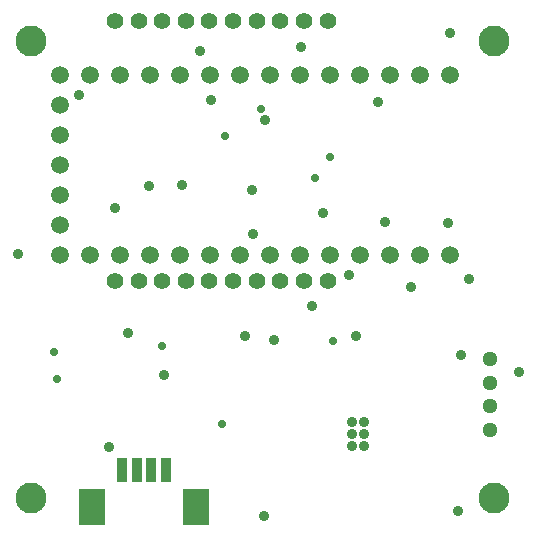
<source format=gbr>
G04 EAGLE Gerber RS-274X export*
G75*
%MOMM*%
%FSLAX34Y34*%
%LPD*%
%INSoldermask Bottom*%
%IPPOS*%
%AMOC8*
5,1,8,0,0,1.08239X$1,22.5*%
G01*
%ADD10C,2.627000*%
%ADD11C,1.516888*%
%ADD12C,1.397000*%
%ADD13C,1.279000*%
%ADD14R,0.927000X2.127000*%
%ADD15R,2.227000X3.127000*%
%ADD16C,0.881000*%
%ADD17C,0.731000*%


D10*
X606040Y-11680D03*
X213960Y-11680D03*
X606040Y375320D03*
X213960Y375320D03*
D11*
X569380Y194360D03*
X543980Y194360D03*
X518580Y194360D03*
X493180Y194360D03*
X467780Y194360D03*
X442380Y194360D03*
X416980Y194360D03*
X391580Y194360D03*
X366180Y194360D03*
X340780Y194360D03*
X315380Y194360D03*
X289980Y194360D03*
X264580Y194360D03*
X239180Y194360D03*
X239180Y219760D03*
X239180Y245160D03*
X239180Y270560D03*
X239180Y295960D03*
X239180Y321360D03*
X239180Y346760D03*
X264580Y346760D03*
X289980Y346760D03*
X315380Y346760D03*
X340780Y346760D03*
X366180Y346760D03*
X391580Y346760D03*
X416980Y346760D03*
X442380Y346760D03*
X467780Y346760D03*
X493180Y346760D03*
X518580Y346760D03*
X543980Y346760D03*
X569380Y346760D03*
D12*
X285290Y172070D03*
X305290Y172070D03*
X325290Y172070D03*
X345290Y172070D03*
X365290Y172070D03*
X385290Y172070D03*
X405290Y172070D03*
X425290Y172070D03*
X445290Y172070D03*
X465290Y172070D03*
X465290Y392070D03*
X445290Y392070D03*
X425290Y392070D03*
X405290Y392070D03*
X385290Y392070D03*
X365290Y392070D03*
X345290Y392070D03*
X325290Y392070D03*
X305290Y392070D03*
X285290Y392070D03*
D13*
X603250Y66200D03*
X603250Y46200D03*
X603250Y86200D03*
X603250Y106200D03*
D14*
X328630Y12300D03*
X316130Y12300D03*
X303630Y12300D03*
X291130Y12300D03*
D15*
X353630Y-18950D03*
X266130Y-18950D03*
D16*
X279908Y31496D03*
X296164Y127762D03*
X285242Y233680D03*
X203200Y195072D03*
X254508Y329946D03*
X357632Y367030D03*
X367030Y325628D03*
X412242Y308610D03*
X342138Y253238D03*
X402590Y212344D03*
X461264Y230124D03*
X401066Y249428D03*
X566928Y220980D03*
X508000Y323596D03*
X513842Y222250D03*
X483870Y177292D03*
X451866Y150876D03*
X419862Y122428D03*
X489712Y125222D03*
X535686Y167386D03*
X575818Y-22606D03*
X627126Y94996D03*
X584708Y173482D03*
X442722Y370332D03*
X486330Y42975D03*
X486330Y53135D03*
X496490Y32815D03*
X496490Y42975D03*
X496490Y53135D03*
X395732Y125984D03*
X578104Y109474D03*
D17*
X233680Y111760D03*
X454660Y259080D03*
D16*
X486330Y32815D03*
X568706Y382016D03*
X411226Y-26924D03*
X314452Y252730D03*
X327152Y92710D03*
D17*
X236220Y88900D03*
X408940Y317500D03*
X375920Y50800D03*
X325120Y116840D03*
X470098Y121722D03*
X378460Y294640D03*
X467360Y276860D03*
M02*

</source>
